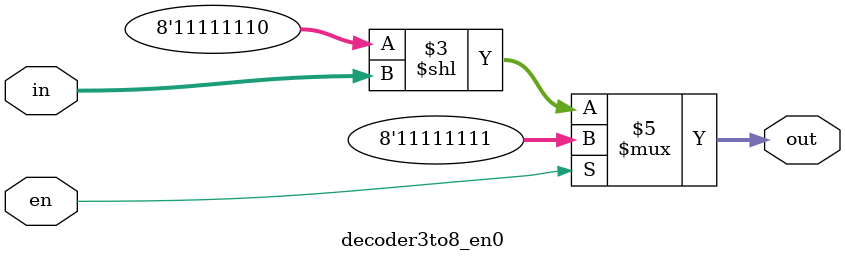
<source format=v>
module decoder3to8_en0(
input wire [2:0] in, 
input wire en, 
output reg [7:0] out);
always @(*)
if (en == 0) 
out = (8'b11111110 << in); // d?ch bit trái
else
out = 8'b11111111;
endmodule

</source>
